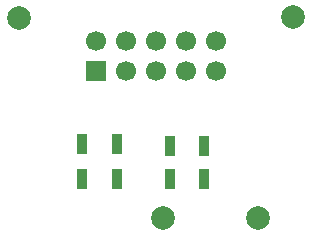
<source format=gbr>
G04 #@! TF.GenerationSoftware,KiCad,Pcbnew,(5.1.5)-3*
G04 #@! TF.CreationDate,2020-11-28T16:28:13+00:00*
G04 #@! TF.ProjectId,Retrospector_Power_Test_TPS561201,52657472-6f73-4706-9563-746f725f506f,rev?*
G04 #@! TF.SameCoordinates,Original*
G04 #@! TF.FileFunction,Soldermask,Bot*
G04 #@! TF.FilePolarity,Negative*
%FSLAX46Y46*%
G04 Gerber Fmt 4.6, Leading zero omitted, Abs format (unit mm)*
G04 Created by KiCad (PCBNEW (5.1.5)-3) date 2020-11-28 16:28:13*
%MOMM*%
%LPD*%
G04 APERTURE LIST*
%ADD10C,1.700000*%
%ADD11R,1.700000X1.700000*%
%ADD12R,0.900000X1.700000*%
%ADD13C,2.000000*%
G04 APERTURE END LIST*
D10*
X103660000Y-53460000D03*
X103660000Y-56000000D03*
X101120000Y-53460000D03*
X101120000Y-56000000D03*
X98580000Y-53460000D03*
X98580000Y-56000000D03*
X96040000Y-53460000D03*
X96040000Y-56000000D03*
X93500000Y-53460000D03*
D11*
X93500000Y-56000000D03*
D12*
X95250000Y-62200000D03*
X92350000Y-62200000D03*
X102650000Y-65100000D03*
X99750000Y-65100000D03*
X92350000Y-65100000D03*
X95250000Y-65100000D03*
X102650000Y-62300000D03*
X99750000Y-62300000D03*
D13*
X110200000Y-51400000D03*
X99200000Y-68400000D03*
X107200000Y-68400000D03*
X87000000Y-51500000D03*
M02*

</source>
